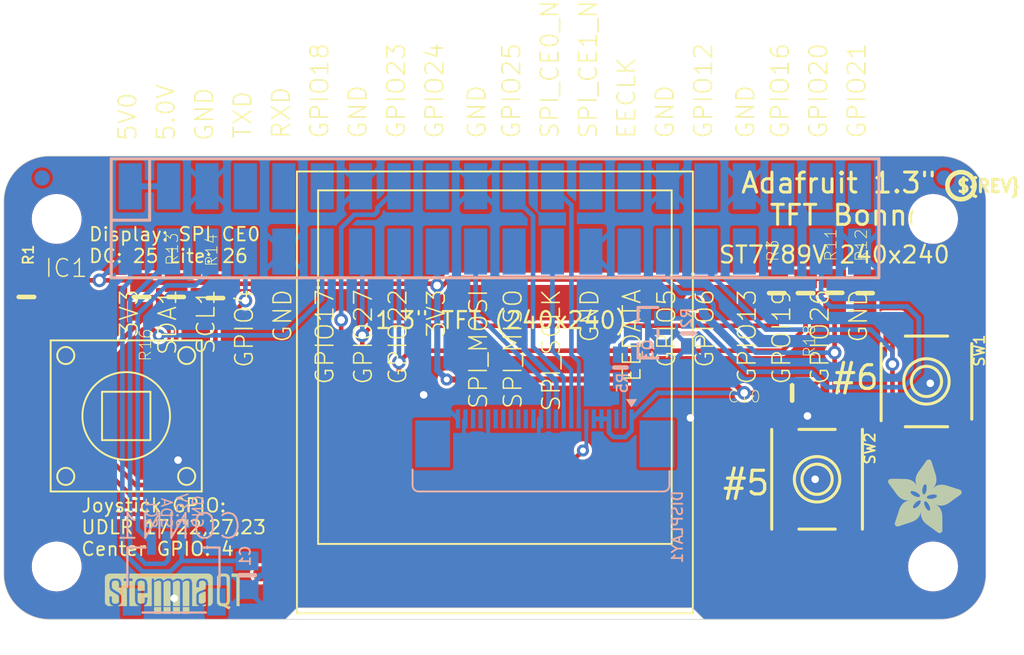
<source format=kicad_pcb>
(kicad_pcb (version 20221018) (generator pcbnew)
  (layers (0 "F.Cu" signal) (31 "B.Cu" signal) (34 "B.Paste" user) (35 "F.Paste" user) (36 "B.SilkS" user "B.Silkscreen") (37 "F.SilkS" user "F.Silkscreen") (38 "B.Mask" user) (39 "F.Mask" user) (44 "Edge.Cuts" user))
  (net 0 "")
  (net 1 "SCL")
  (net 2 "SDA")
  (net 3 "GND")
  (net 4 "3.3V")
  (net 5 "5.0V")
  (net 6 "GPIO23")
  (net 7 "GPIO17")
  (net 8 "GPIO27")
  (net 9 "GPIO22")
  (net 10 "GPIO4")
  (net 11 "GPIO5")
  (net 12 "GPIO6")
  (net 13 "TFT_RST")
  (net 14 "SCLK")
  (net 15 "MOSI")
  (net 16 "LEDK")
  (net 17 "TFT_LITE")
  (net 18 "TFT_DC")
  (net 19 "TFT_CS")
  (net 20 "N$1")
  (net 21 "MISO")
  (net 22 "EEDATA")
  (net 23 "GPIO13")
  (net 24 "GPIO19")
  (net 25 "GPIO21")
  (net 26 "GPIO20")
  (net 27 "GPIO16")
  (net 28 "GPIO12")
  (net 29 "EECLK")
  (net 30 "CE1")
  (net 31 "TXD")
  (net 32 "RXD")
  (net 33 "GPIO18")
  (net 34 "GPIO24")
  (footprint "working:SOT23" (layer "F.Cu") (at 120.5477 98.9978)
    (fp_text reference "IC1" (at -1.905 -1.905) (layer "F.SilkS") (effects (font (size 1.176528 1.176528) (thickness 0.093472)) (justify left)))
    (fp_text value "APX803")
    (pad "1" smd rect (at -0.95 1.1) (size 1 1.4) (layers "F.Cu" "F.Paste" "F.Mask") (net 3 "GND"))
    (pad "2" smd rect (at 0.95 1.1) (size 1 1.4) (layers "F.Cu" "F.Paste" "F.Mask") (net 13 "TFT_RST"))
    (pad "3" smd rect (at 0 -1.1) (size 1 1.4) (layers "F.Cu" "F.Paste" "F.Mask") (net 4 "3.3V"))
  )
  (footprint "working:STEMMAQT" (layer "F.Cu") (at 122.7067 119.9528)
    (fp_text reference "U$29" hide)
    (fp_text value "" hide)
  )
  (footprint "working:FIDUCIAL_1MM" (layer "F.Cu") (at 161.6957 99.3788)
    (fp_text reference "FID1" hide)
    (fp_text value "FIDUCIAL_1MM" hide)
    (pad "1" smd roundrect (at 0 0) (size 1 1) (layers "F.Cu" "F.Mask") (roundrect_rratio 0.5))
  )
  (footprint "working:FIDUCIAL_1MM" (layer "F.Cu") (at 132.9965 117.3216)
    (fp_text reference "FID2" hide)
    (fp_text value "FIDUCIAL_1MM" hide)
    (pad "1" smd roundrect (at 0 0) (size 1 1) (layers "F.Cu" "F.Mask") (roundrect_rratio 0.5))
  )
  (footprint "working:0805-NO" (layer "F.Cu") (at 117.4997 98.9978 90)
    (fp_text reference "R1" (at 2.032 0.127 90) (layer "F.SilkS") (effects (font (size 0.692831 0.692831) (thickness 0.119969)) (justify left)))
    (fp_text value "10K")
    (pad "1" smd rect (at -0.95 0 90) (size 1.24 1.5) (layers "F.Cu" "F.Paste" "F.Mask") (net 13 "TFT_RST"))
    (pad "2" smd rect (at 0.95 0 90) (size 1.24 1.5) (layers "F.Cu" "F.Paste" "F.Mask") (net 4 "3.3V"))
  )
  (footprint "working:PI_BONNET_SMT" (layer "F.Cu") (at 116.0011 120.3338)
    (fp_text reference "RPI1" hide)
    (fp_text value "RASPBERRYPI_BPLUS_BONNETSMT" hide)
    (fp_text user "SPI_MOSI" (at 30.7216 -21.9334 90) (layer "F.SilkS") (effects (font (size 1.1684 1.1684) (thickness 0.1016)) (justify right top)))
    (fp_text user "GPIO21" (at 57.1376 -31.7378 90) (layer "F.SilkS") (effects (font (size 1.1684 1.1684) (thickness 0.1016)) (justify left bottom)))
    (fp_text user "SPI_CE0_N" (at 36.8176 -31.7378 90) (layer "F.SilkS") (effects (font (size 1.1684 1.1684) (thickness 0.1016)) (justify left bottom)))
    (fp_text user "SPI_SCLK" (at 35.5476 -21.9334 90) (layer "F.SilkS") (effects (font (size 1.1684 1.1684) (thickness 0.1016)) (justify right top)))
    (fp_text user "GPIO17" (at 20.5616 -21.9334 90) (layer "F.SilkS") (effects (font (size 1.1684 1.1684) (thickness 0.1016)) (justify right top)))
    (fp_text user "SPI_MISO" (at 33.0076 -21.9334 90) (layer "F.SilkS") (effects (font (size 1.1684 1.1684) (thickness 0.1016)) (justify right top)))
    (fp_text user "GND" (at 31.9916 -31.7378 90) (layer "F.SilkS") (effects (font (size 1.1684 1.1684) (thickness 0.1016)) (justify left bottom)))
    (fp_text user "RXD" (at 19.0376 -31.7378 90) (layer "F.SilkS") (effects (font (size 1.1684 1.1684) (thickness 0.1016)) (justify left bottom)))
    (fp_text user "GPIO24" (at 29.1976 -31.7378 90) (layer "F.SilkS") (effects (font (size 1.1684 1.1684) (thickness 0.1016)) (justify left bottom)))
    (fp_text user "GPIO25" (at 34.2776 -31.7378 90) (layer "F.SilkS") (effects (font (size 1.1684 1.1684) (thickness 0.1016)) (justify left bottom)))
    (fp_text user "3V3" (at 7.6076 -21.9334 90) (layer "F.SilkS") (effects (font (size 1.1684 1.1684) (thickness 0.1016)) (justify right top)))
    (fp_text user "GND" (at 44.4376 -31.7378 90) (layer "F.SilkS") (effects (font (size 1.1684 1.1684) (thickness 0.1016)) (justify left bottom)))
    (fp_text user "GPIO13" (at 48.5016 -21.9334 90) (layer "F.SilkS") (effects (font (size 1.1684 1.1684) (thickness 0.1016)) (justify right top)))
    (fp_text user "GPIO22" (at 25.3876 -21.9334 90) (layer "F.SilkS") (effects (font (size 1.1684 1.1684) (thickness 0.1016)) (justify right top)))
    (fp_text user "SPI_CE1_N" (at 39.3576 -31.7378 90) (layer "F.SilkS") (effects (font (size 1.1684 1.1684) (thickness 0.1016)) (justify left bottom)))
    (fp_text user "GND" (at 38.0876 -21.9334 90) (layer "F.SilkS") (effects (font (size 1.1684 1.1684) (thickness 0.1016)) (justify right top)))
    (fp_text user "GND" (at 49.7716 -31.7378 90) (layer "F.SilkS") (effects (font (size 1.1684 1.1684) (thickness 0.1016)) (justify left bottom)))
    (fp_text user "5V0" (at 8.8776 -31.5854 90) (layer "F.SilkS") (effects (font (size 1.1684 1.1684) (thickness 0.1016)) (justify left bottom)))
    (fp_text user "GND" (at 17.7676 -21.9334 90) (layer "F.SilkS") (effects (font (size 1.1684 1.1684) (thickness 0.1016)) (justify right top)))
    (fp_text user "3V3" (at 27.9276 -21.9334 90) (layer "F.SilkS") (effects (font (size 1.1684 1.1684) (thickness 0.1016)) (justify right top)))
    (fp_text user "GPIO18" (at 21.5776 -31.7378 90) (layer "F.SilkS") (effects (font (size 1.1684 1.1684) (thickness 0.1016)) (justify left bottom)))
    (fp_text user "EEDATA" (at 40.8816 -21.9334 90) (layer "F.SilkS") (effects (font (size 1.1684 1.1684) (thickness 0.1016)) (justify right top)))
    (fp_text user "GND" (at 24.1176 -31.7378 90) (layer "F.SilkS") (effects (font (size 1.1684 1.1684) (thickness 0.1016)) (justify left bottom)))
    (fp_text user "GPIO20" (at 54.5976 -31.7378 90) (layer "F.SilkS") (effects (font (size 1.1684 1.1684) (thickness 0.1016)) (justify left bottom)))
    (fp_text user "5.0V" (at 11.4176 -31.5854 90) (layer "F.SilkS") (effects (font (size 1.1684 1.1684) (thickness 0.1016)) (justify left bottom)))
    (fp_text user "GPIO16" (at 52.0576 -31.7378 90) (layer "F.SilkS") (effects (font (size 1.1684 1.1684) (thickness 0.1016)) (justify left bottom)))
    (fp_text user "TXD" (at 16.4976 -31.7378 90) (layer "F.SilkS") (effects (font (size 1.1684 1.1684) (thickness 0.1016)) (justify left bottom)))
    (fp_text user "GPOI19" (at 50.7876 -21.9334 90) (layer "F.SilkS") (effects (font (size 1.1684 1.1684) (thickness 0.1016)) (justify right top)))
    (fp_text user "GPIO12" (at 46.9776 -31.7378 90) (layer "F.SilkS") (effects (font (size 1.1684 1.1684) (thickness 0.1016)) (justify left bottom)))
    (fp_text user "GND" (at 13.9576 -31.5854 90) (layer "F.SilkS") (effects (font (size 1.1684 1.1684) (thickness 0.1016)) (justify left bottom)))
    (fp_text user "SCL1" (at 12.6876 -21.9334 90) (layer "F.SilkS") (effects (font (size 1.1684 1.1684) (thickness 0.1016)) (justify right top)))
    (fp_text user "GPIO23" (at 26.6576 -31.7378 90) (layer "F.SilkS") (effects (font (size 1.1684 1.1684) (thickness 0.1016)) (justify left bottom)))
    (fp_text user "EECLK" (at 41.8976 -31.7378 90) (layer "F.SilkS") (effects (font (size 1.1684 1.1684) (thickness 0.1016)) (justify left bottom)))
    (fp_text user "SDA1" (at 10.1476 -21.9334 90) (layer "F.SilkS") (effects (font (size 1.1684 1.1684) (thickness 0.1016)) (justify right top)))
    (fp_text user "GPIO4" (at 15.2276 -21.9334 90) (layer "F.SilkS") (effects (font (size 1.1684 1.1684) (thickness 0.1016)) (justify right top)))
    (fp_text user "GPIO6" (at 45.7076 -21.9334 90) (layer "F.SilkS") (effects (font (size 1.1684 1.1684) (thickness 0.1016)) (justify right top)))
    (fp_text user "GPIO27" (at 23.1016 -21.9334 90) (layer "F.SilkS") (effects (font (size 1.1684 1.1684) (thickness 0.1016)) (justify right top)))
    (fp_text user "GPIO26" (at 53.3276 -21.9334 90) (layer "F.SilkS") (effects (font (size 1.1684 1.1684) (thickness 0.1016)) (justify right top)))
    (fp_text user "GND" (at 55.8676 -21.9334 90) (layer "F.SilkS") (effects (font (size 1.1684 1.1684) (thickness 0.1016)) (justify right top)))
    (fp_text user "GPIO5" (at 43.1676 -21.9334 90) (layer "F.SilkS") (effects (font (size 1.1684 1.1684) (thickness 0.1016)) (justify right top)))
    (fp_line (start 0 -27.6604) (end 0 -3) (stroke (width 0.05)) (layer "Edge.Cuts"))
    (fp_line (start 3 0) (end 62 0) (stroke (width 0.05)) (layer "Edge.Cuts"))
    (fp_line (start 62 -30.6604) (end 3 -30.6604) (stroke (width 0.05)) (layer "Edge.Cuts"))
    (fp_line (start 65 -3) (end 65 -27.6604) (stroke (width 0.05)) (layer "Edge.Cuts"))
    (fp_arc (start 0 -27.6604) (mid 0.87868 -29.78172) (end 3 -30.6604) (stroke (width 0.05)) (layer "Edge.Cuts"))
    (fp_arc (start 3 0) (mid 0.87868 -0.87868) (end 0 -3) (stroke (width 0.05)) (layer "Edge.Cuts"))
    (fp_arc (start 62 -30.6604) (mid 64.12132 -29.78172) (end 65 -27.6604) (stroke (width 0.05)) (layer "Edge.Cuts"))
    (fp_arc (start 65 -3) (mid 64.12132 -0.87868) (end 62 0) (stroke (width 0.05)) (layer "Edge.Cuts"))
    (pad "" np_thru_hole circle (at 3.5 -26.5) (size 2.8 2.8) (drill 2.8) (layers "*.Cu" "*.Mask"))
    (pad "" np_thru_hole circle (at 3.5 -3.5) (size 2.8 2.8) (drill 2.8) (layers "*.Cu" "*.Mask"))
    (pad "" np_thru_hole circle (at 61.5 -26.5) (size 2.8 2.8) (drill 2.8) (layers "*.Cu" "*.Mask"))
    (pad "" np_thru_hole circle (at 61.5 -3.5) (size 2.8 2.8) (drill 2.8) (layers "*.Cu" "*.Mask"))
    (pad "1" smd rect (at 8.3696 -24.3394 270) (size 3.048 1.524) (layers "B.Cu" "B.Paste" "B.Mask") (net 4 "3.3V"))
    (pad "2" smd rect (at 8.3696 -28.6574 270) (size 3.048 1.524) (layers "B.Cu" "B.Paste" "B.Mask") (net 5 "5.0V"))
    (pad "3" smd rect (at 10.9096 -24.3394 90) (size 3.048 1.524) (layers "B.Cu" "B.Paste" "B.Mask") (net 2 "SDA"))
    (pad "4" smd rect (at 10.9096 -28.6574 270) (size 3.048 1.524) (layers "B.Cu" "B.Paste" "B.Mask") (net 5 "5.0V"))
    (pad "5" smd rect (at 13.4496 -24.3394 90) (size 3.048 1.524) (layers "B.Cu" "B.Paste" "B.Mask") (net 1 "SCL"))
    (pad "6" smd rect (at 13.4496 -28.6574 270) (size 3.048 1.524) (layers "B.Cu" "B.Paste" "B.Mask") (net 3 "GND"))
    (pad "7" smd rect (at 15.9896 -24.3394 90) (size 3.048 1.524) (layers "B.Cu" "B.Paste" "B.Mask") (net 10 "GPIO4"))
    (pad "8" smd rect (at 15.9896 -28.6574 270) (size 3.048 1.524) (layers "B.Cu" "B.Paste" "B.Mask") (net 31 "TXD"))
    (pad "9" smd rect (at 18.5296 -24.3394 90) (size 3.048 1.524) (layers "B.Cu" "B.Paste" "B.Mask") (net 3 "GND"))
    (pad "10" smd rect (at 18.5296 -28.6574 270) (size 3.048 1.524) (layers "B.Cu" "B.Paste" "B.Mask") (net 32 "RXD"))
    (pad "11" smd rect (at 21.0696 -24.3394 90) (size 3.048 1.524) (layers "B.Cu" "B.Paste" "B.Mask") (net 7 "GPIO17"))
    (pad "12" smd rect (at 21.0696 -28.6574 270) (size 3.048 1.524) (layers "B.Cu" "B.Paste" "B.Mask") (net 33 "GPIO18"))
    (pad "13" smd rect (at 23.6096 -24.3394 90) (size 3.048 1.524) (layers "B.Cu" "B.Paste" "B.Mask") (net 8 "GPIO27"))
    (pad "14" smd rect (at 23.6096 -28.6574 270) (size 3.048 1.524) (layers "B.Cu" "B.Paste" "B.Mask") (net 3 "GND"))
    (pad "15" smd rect (at 26.1496 -24.3394 90) (size 3.048 1.524) (layers "B.Cu" "B.Paste" "B.Mask") (net 9 "GPIO22"))
    (pad "16" smd rect (at 26.1496 -28.6574 270) (size 3.048 1.524) (layers "B.Cu" "B.Paste" "B.Mask") (net 6 "GPIO23"))
    (pad "17" smd rect (at 28.6896 -24.3394 90) (size 3.048 1.524) (layers "B.Cu" "B.Paste" "B.Mask") (net 4 "3.3V"))
    (pad "18" smd rect (at 28.6896 -28.6574 270) (size 3.048 1.524) (layers "B.Cu" "B.Paste" "B.Mask") (net 34 "GPIO24"))
    (pad "19" smd rect (at 31.2296 -24.3394 90) (size 3.048 1.524) (layers "B.Cu" "B.Paste" "B.Mask") (net 15 "MOSI"))
    (pad "20" smd rect (at 31.2296 -28.6574 270) (size 3.048 1.524) (layers "B.Cu" "B.Paste" "B.Mask") (net 3 "GND"))
    (pad "21" smd rect (at 33.7696 -24.3394 90) (size 3.048 1.524) (layers "B.Cu" "B.Paste" "B.Mask") (net 21 "MISO"))
    (pad "22" smd rect (at 33.7696 -28.6574 270) (size 3.048 1.524) (layers "B.Cu" "B.Paste" "B.Mask") (net 18 "TFT_DC"))
    (pad "23" smd rect (at 36.3096 -24.3394 90) (size 3.048 1.524) (layers "B.Cu" "B.Paste" "B.Mask") (net 14 "SCLK"))
    (pad "24" smd rect (at 36.3096 -28.6574 270) (size 3.048 1.524) (layers "B.Cu" "B.Paste" "B.Mask") (net 19 "TFT_CS"))
    (pad "25" smd rect (at 38.8496 -24.3394 90) (size 3.048 1.524) (layers "B.Cu" "B.Paste" "B.Mask") (net 3 "GND"))
    (pad "26" smd rect (at 38.8496 -28.6574 270) (size 3.048 1.524) (layers "B.Cu" "B.Paste" "B.Mask") (net 30 "CE1"))
    (pad "27" smd rect (at 41.3896 -24.3394 90) (size 3.048 1.524) (layers "B.Cu" "B.Paste" "B.Mask") (net 22 "EEDATA"))
    (pad "28" smd rect (at 41.3896 -28.6574 270) (size 3.048 1.524) (layers "B.Cu" "B.Paste" "B.Mask") (net 29 "EECLK"))
    (pad "29" smd rect (at 43.9296 -24.3394 90) (size 3.048 1.524) (layers "B.Cu" "B.Paste" "B.Mask") (net 11 "GPIO5"))
    (pad "30" smd rect (at 43.9296 -28.6574 270) (size 3.048 1.524) (layers "B.Cu" "B.Paste" "B.Mask") (net 3 "GND"))
    (pad "31" smd rect (at 46.4696 -24.3394 90) (size 3.048 1.524) (layers "B.Cu" "B.Paste" "B.Mask") (net 12 "GPIO6"))
    (pad "32" smd rect (at 46.4696 -28.6574 270) (size 3.048 1.524) (layers "B.Cu" "B.Paste" "B.Mask") (net 28 "GPIO12"))
    (pad "33" smd rect (at 49.0096 -24.3394 90) (size 3.048 1.524) (layers "B.Cu" "B.Paste" "B.Mask") (net 23 "GPIO13"))
    (pad "34" smd rect (at 49.0096 -28.6574 270) (size 3.048 1.524) (layers "B.Cu" "B.Paste" "B.Mask") (net 3 "GND"))
    (pad "35" smd rect (at 51.5496 -24.3394 90) (size 3.048 1.524) (layers "B.Cu" "B.Paste" "B.Mask") (net 24 "GPIO19"))
    (pad "36" smd rect (at 51.5496 -28.6574 270) (size 3.048 1.524) (layers "B.Cu" "B.Paste" "B.Mask") (net 27 "GPIO16"))
    (pad "37" smd rect (at 54.0896 -24.3394 90) (size 3.048 1.524) (layers "B.Cu" "B.Paste" "B.Mask") (net 17 "TFT_LITE"))
    (pad "38" smd rect (at 54.0896 -28.6574 270) (size 3.048 1.524) (layers "B.Cu" "B.Paste" "B.Mask") (net 26 "GPIO20"))
    (pad "39" smd rect (at 56.6296 -24.3394 90) (size 3.048 1.524) (layers "B.Cu" "B.Paste" "B.Mask") (net 3 "GND"))
    (pad "40" smd rect (at 56.6296 -28.6574 270) (size 3.048 1.524) (layers "B.Cu" "B.Paste" "B.Mask") (net 25 "GPIO21"))
    (pad "41" smd roundrect (at 2.54 -29.21 180) (size 1 1) (layers "B.Cu" "B.Mask") (roundrect_rratio 0.5))
    (pad "42" smd roundrect (at 62.23 -29.21 180) (size 1 1) (layers "B.Cu" "B.Mask") (roundrect_rratio 0.5))
  )
  (footprint "working:0805-NO" (layer "F.Cu") (at 167.1567 98.7438 90)
    (fp_text reference "R3" (at 2.032 -0.254 90) (layer "F.SilkS") (effects (font (size 0.75948 0.75948) (thickness 0.05332)) (justify left)))
    (fp_text value "10K")
    (pad "1" smd rect (at -0.95 0 90) (size 1.24 1.5) (layers "F.Cu" "F.Paste" "F.Mask") (net 8 "GPIO27"))
    (pad "2" smd rect (at 0.95 0 90) (size 1.24 1.5) (layers "F.Cu" "F.Paste" "F.Mask") (net 4 "3.3V"))
  )
  (footprint "working:0805-NO" (layer "F.Cu") (at 127.4057 98.9978 90)
    (fp_text reference "R13" (at 2.032 -0.254 90) (layer "F.SilkS") (effects (font (size 0.75948 0.75948) (thickness 0.05332)) (justify left)))
    (fp_text value "10K")
    (pad "1" smd rect (at -0.95 0 90) (size 1.24 1.5) (layers "F.Cu" "F.Paste" "F.Mask") (net 6 "GPIO23"))
    (pad "2" smd rect (at 0.95 0 90) (size 1.24 1.5) (layers "F.Cu" "F.Paste" "F.Mask") (net 4 "3.3V"))
  )
  (footprint "working:6MM_SMT" (layer "F.Cu") (at 169.8237 111.0628 -90)
    (fp_text reference "SW2" (at -3.175 -3.5 90) (layer "F.SilkS") (effects (font (size 0.692831 0.692831) (thickness 0.119969)) (justify right)))
    (fp_text value "EVQQ")
    (pad "A" smd rect (at -3.3 2.2 270) (size 2 1.2) (layers "F.Cu" "F.Paste" "F.Mask") (net 11 "GPIO5"))
    (pad "A'" smd rect (at 3.3 2.2 270) (size 2 1.2) (layers "F.Cu" "F.Paste" "F.Mask") (net 11 "GPIO5"))
    (pad "B" smd rect (at -3.3 -2.2 270) (size 2 1.2) (layers "F.Cu" "F.Paste" "F.Mask") (net 3 "GND"))
    (pad "B'" smd rect (at 3.3 -2.2 270) (size 2 1.2) (layers "F.Cu" "F.Paste" "F.Mask") (net 3 "GND"))
  )
  (footprint "working:0805-NO" (layer "F.Cu") (at 168.1727 105.3478 180)
    (fp_text reference "C10" (at 2.032 -0.254) (layer "F.SilkS") (effects (font (size 0.75948 0.75948) (thickness 0.05332)) (justify right)))
    (fp_text value "10uF")
    (pad "1" smd rect (at -0.95 0 180) (size 1.24 1.5) (layers "F.Cu" "F.Paste" "F.Mask") (net 3 "GND"))
    (pad "2" smd rect (at 0.95 0 180) (size 1.24 1.5) (layers "F.Cu" "F.Paste" "F.Mask") (net 4 "3.3V"))
  )
  (footprint "working:0805-NO" (layer "F.Cu") (at 130.0057 99.0698 90)
    (fp_text reference "R14" (at 2.032 -0.254 90) (layer "F.SilkS") (effects (font (size 0.75948 0.75948) (thickness 0.05332)) (justify left)))
    (fp_text value "10K")
    (pad "1" smd rect (at -0.95 0 90) (size 1.24 1.5) (layers "F.Cu" "F.Paste" "F.Mask") (net 10 "GPIO4"))
    (pad "2" smd rect (at 0.95 0 90) (size 1.24 1.5) (layers "F.Cu" "F.Paste" "F.Mask") (net 4 "3.3V"))
  )
  (footprint "working:0805-NO" (layer "F.Cu") (at 125.1197 98.9978 -90)
    (fp_text reference "R16" (at 2.032 -0.254 90) (layer "F.SilkS") (effects (font (size 0.75948 0.75948) (thickness 0.05332)) (justify right)))
    (fp_text value "10K")
    (pad "1" smd rect (at -0.95 0 270) (size 1.24 1.5) (layers "F.Cu" "F.Paste" "F.Mask") (net 4 "3.3V"))
    (pad "2" smd rect (at 0.95 0 270) (size 1.24 1.5) (layers "F.Cu" "F.Paste" "F.Mask") (net 7 "GPIO17"))
  )
  (footprint "working:SKQUBAE010" (layer "F.Cu") (at 124.1037 106.8718)
    (fp_text reference "SW3" hide)
    (fp_text value "NAVSWITCHSKQUABAUE010" hide)
    (pad "1" smd rect (at -5.2 -3.25 180) (size 1.5 1.4) (layers "F.Cu" "F.Paste" "F.Mask") (net 7 "GPIO17"))
    (pad "2" smd rect (at -5.2 0.45 180) (size 1.5 1.4) (layers "F.Cu" "F.Paste" "F.Mask") (net 8 "GPIO27"))
    (pad "3" smd rect (at -5.2 3.25 180) (size 1.5 1.4) (layers "F.Cu" "F.Paste" "F.Mask") (net 9 "GPIO22"))
    (pad "4" smd rect (at 5.2 3.25 180) (size 1.5 1.4) (layers "F.Cu" "F.Paste" "F.Mask") (net 3 "GND"))
    (pad "5" smd rect (at 5.2 0.45 180) (size 1.5 1.4) (layers "F.Cu" "F.Paste" "F.Mask") (net 6 "GPIO23"))
    (pad "6" smd rect (at 5.2 -3.25 180) (size 1.5 1.4) (layers "F.Cu" "F.Paste" "F.Mask") (net 10 "GPIO4"))
  )
  (footprint "working:0805-NO" (layer "F.Cu") (at 170.9847 98.7238 90)
    (fp_text reference "R11" (at 2.032 -0.254 90) (layer "F.SilkS") (effects (font (size 0.75948 0.75948) (thickness 0.05332)) (justify left)))
    (fp_text value "10K")
    (pad "1" smd rect (at -0.95 0 90) (size 1.24 1.5) (layers "F.Cu" "F.Paste" "F.Mask") (net 11 "GPIO5"))
    (pad "2" smd rect (at 0.95 0 90) (size 1.24 1.5) (layers "F.Cu" "F.Paste" "F.Mask") (net 4 "3.3V"))
  )
  (footprint "working:0805-NO" (layer "F.Cu") (at 172.9987 98.7438 90)
    (fp_text reference "R12" (at 2.032 -0.254 90) (layer "F.SilkS") (effects (font (size 0.75948 0.75948) (thickness 0.05332)) (justify left)))
    (fp_text value "10K")
    (pad "1" smd rect (at -0.95 0 90) (size 1.24 1.5) (layers "F.Cu" "F.Paste" "F.Mask") (net 12 "GPIO6"))
    (pad "2" smd rect (at 0.95 0 90) (size 1.24 1.5) (layers "F.Cu" "F.Paste" "F.Mask") (net 4 "3.3V"))
  )
  (footprint "working:ADAFRUIT_5MM" (layer "F.Cu") (at 174.5227 114.6188)
    (fp_text reference "U$28" hide)
    (fp_text value "" hide)
  )
  (footprint "working:PCBFEAT-REV-040" (layer "F.Cu") (at 179.3487 91.6318)
    (fp_text reference "U$2" hide)
    (fp_text value "" hide)
    (fp_text user "${REV}" (at -0.3556 0.508) (layer "F.SilkS") (effects (font (size 0.8128 0.8128) (thickness 0.2032)) (justify left bottom)))
  )
  (footprint "working:0805-NO" (layer "F.Cu") (at 169.0617 98.7438 -90)
    (fp_text reference "R18" (at 2.032 -0.254 90) (layer "F.SilkS") (effects (font (size 0.75948 0.75948) (thickness 0.05332)) (justify right)))
    (fp_text value "10K")
    (pad "1" smd rect (at -0.95 0 270) (size 1.24 1.5) (layers "F.Cu" "F.Paste" "F.Mask") (net 4 "3.3V"))
    (pad "2" smd rect (at 0.95 0 270) (size 1.24 1.5) (layers "F.Cu" "F.Paste" "F.Mask") (net 9 "GPIO22"))
  )
  (footprint "working:6MMX6MM_TACTILE_SMT" (layer "F.Cu") (at 177.0627 104.5858 -90)
    (fp_text reference "SW1" (at -3.175 -3.5 90) (layer "F.SilkS") (effects (font (size 0.692831 0.692831) (thickness 0.119969)) (justify right)))
    (fp_text value "EVQQ" hide)
    (pad "A" smd rect (at -3.5 2.25 270) (size 2 1.2) (layers "F.Cu" "F.Paste" "F.Mask") (net 12 "GPIO6"))
    (pad "A'" smd rect (at 3.5 2.25 270) (size 2 1.2) (layers "F.Cu" "F.Paste" "F.Mask") (net 12 "GPIO6"))
    (pad "B" smd rect (at -3.5 -2.25 270) (size 2 1.2) (layers "F.Cu" "F.Paste" "F.Mask") (net 3 "GND"))
    (pad "B'" smd rect (at 3.5 -2.25 270) (size 2 1.2) (layers "F.Cu" "F.Paste" "F.Mask") (net 3 "GND"))
  )
  (footprint "working:0603-NO" (layer "B.Cu") (at 161.3147 101.4108 90)
    (fp_text reference "R2" (at 1.778 -0.127 90) (layer "B.SilkS") (effects (font (size 0.692831 0.692831) (thickness 0.119969)) (justify left mirror)))
    (fp_text value "10K")
    (pad "1" smd rect (at -0.85 0 90) (size 1.075 1) (layers "B.Cu" "B.Paste" "B.Mask") (net 3 "GND"))
    (pad "2" smd rect (at 0.85 0 90) (size 1.075 1) (layers "B.Cu" "B.Paste" "B.Mask") (net 17 "TFT_LITE"))
  )
  (footprint "working:TFT_1.3IN_240X240_24P" (layer "B.Cu") (at 162.1027 120.4418 180)
    (fp_text reference "DISPLAY1" (at 1.523 8.696 270) (layer "B.SilkS") (effects (font (size 0.692831 0.692831) (thickness 0.119969)) (justify left mirror)))
    (fp_text value "DISP_LCD_ST7789_1.3IN" hide)
    (fp_text user "1.3\" TFT (240x240)" (at 13.19 19.9) (layer "F.SilkS") (effects (font (size 1.1176 1.1176) (thickness 0.1524))))
    (pad "1" smd rect (at 4.55 13.378) (size 0.28 1.25) (layers "B.Cu" "B.Paste" "B.Mask") (net 4 "3.3V"))
    (pad "2" smd rect (at 5.05 13.378) (size 0.28 1.25) (layers "B.Cu" "B.Paste" "B.Mask") (net 16 "LEDK"))
    (pad "3" smd rect (at 5.55 13.378) (size 0.28 1.25) (layers "B.Cu" "B.Paste" "B.Mask") (net 3 "GND"))
    (pad "4" smd rect (at 6.05 13.378) (size 0.28 1.25) (layers "B.Cu" "B.Paste" "B.Mask") (net 4 "3.3V"))
    (pad "5" smd rect (at 6.55 13.378) (size 0.28 1.25) (layers "B.Cu" "B.Paste" "B.Mask") (net 4 "3.3V"))
    (pad "6" smd rect (at 7.05 13.378) (size 0.28 1.25) (layers "B.Cu" "B.Paste" "B.Mask") (net 4 "3.3V"))
    (pad "7" smd rect (at 7.55 13.378) (size 0.28 1.25) (layers "B.Cu" "B.Paste" "B.Mask") (net 13 "TFT_RST"))
    (pad "8" smd rect (at 8.05 13.378) (size 0.28 1.25) (layers "B.Cu" "B.Paste" "B.Mask") (net 19 "TFT_CS"))
    (pad "9" smd rect (at 8.55 13.378) (size 0.28 1.25) (layers "B.Cu" "B.Paste" "B.Mask") (net 14 "SCLK"))
    (pad "10" smd rect (at 9.05 13.378) (size 0.28 1.25) (layers "B.Cu" "B.Paste" "B.Mask") (net 18 "TFT_DC"))
    (pad "11" smd rect (at 9.55 13.378) (size 0.28 1.25) (layers "B.Cu" "B.Paste" "B.Mask") (net 3 "GND"))
    (pad "12" smd rect (at 10.05 13.378) (size 0.28 1.25) (layers "B.Cu" "B.Paste" "B.Mask") (net 15 "MOSI"))
    (pad "13" smd rect (at 10.55 13.378) (size 0.28 1.25) (layers "B.Cu" "B.Paste" "B.Mask") (net 3 "GND"))
    (pad "14" smd rect (at 11.05 13.378) (size 0.28 1.25) (layers "B.Cu" "B.Paste" "B.Mask") (net 3 "GND"))
    (pad "15" smd rect (at 11.55 13.378) (size 0.28 1.25) (layers "B.Cu" "B.Paste" "B.Mask") (net 3 "GND"))
    (pad "16" smd rect (at 12.05 13.378) (size 0.28 1.25) (layers "B.Cu" "B.Paste" "B.Mask") (net 3 "GND"))
    (pad "17" smd rect (at 12.55 13.378) (size 0.28 1.25) (layers "B.Cu" "B.Paste" "B.Mask") (net 3 "GND"))
    (pad "18" smd rect (at 13.05 13.378) (size 0.28 1.25) (layers "B.Cu" "B.Paste" "B.Mask") (net 3 "GND"))
    (pad "19" smd rect (at 13.55 13.378) (size 0.28 1.25) (layers "B.Cu" "B.Paste" "B.Mask") (net 3 "GND"))
    (pad "20" smd rect (at 14.05 13.378) (size 0.28 1.25) (layers "B.Cu" "B.Paste" "B.Mask") (net 3 "GND"))
    (pad "21" smd rect (at 14.55 13.378) (size 0.28 1.25) (layers "B.Cu" "B.Paste" "B.Mask"))
    (pad "22" smd rect (at 15.05 13.378) (size 0.28 1.25) (layers "B.Cu" "B.Paste" "B.Mask"))
    (pad "23" smd rect (at 15.55 13.378) (size 0.28 1.25) (layers "B.Cu" "B.Paste" "B.Mask") (net 3 "GND"))
    (pad "24" smd rect (at 16.05 13.378) (size 0.28 1.25) (layers "B.Cu" "B.Paste" "B.Mask") (net 3 "GND"))
    (pad "MNT1" smd rect (at 2.88 11.722 180) (size 2.3 3.1) (layers "B.Cu" "B.Paste" "B.Mask"))
    (pad "MNT2" smd rect (at 17.72 11.722 180) (size 2.3 3.1) (layers "B.Cu" "B.Paste" "B.Mask"))
  )
  (footprint "working:0603-NO" (layer "B.Cu") (at 156.8107 103.6658 -90)
    (fp_text reference "R5" (at 1.778 -0.127 -270) (layer "B.SilkS") (effects (font (size 0.692831 0.692831) (thickness 0.119969)) (justify right mirror)))
    (fp_text value "10")
    (pad "1" smd rect (at -0.85 0 270) (size 1.075 1) (layers "B.Cu" "B.Paste" "B.Mask") (net 20 "N$1"))
    (pad "2" smd rect (at 0.85 0 270) (size 1.075 1) (layers "B.Cu" "B.Paste" "B.Mask") (net 16 "LEDK"))
  )
  (footprint "working:0805-NO" (layer "B.Cu") (at 132.1047 117.4128 90)
    (fp_text reference "C1" (at 2.032 -0.127 90) (layer "B.SilkS") (effects (font (size 0.692831 0.692831) (thickness 0.119969)) (justify left mirror)))
    (fp_text value "10uF")
    (pad "1" smd rect (at -0.95 0 90) (size 1.24 1.5) (layers "B.Cu" "B.Paste" "B.Mask") (net 3 "GND"))
    (pad "2" smd rect (at 0.95 0 90) (size 1.24 1.5) (layers "B.Cu" "B.Paste" "B.Mask") (net 4 "3.3V"))
  )
  (footprint "working:JST_SH4" (layer "B.Cu") (at 127.2787 117.7938 180)
    (fp_text reference "CONN1" (at -4.6 3.614) (layer "B.SilkS") (effects (font (size 1.647139 1.647139) (thickness 0.130861)) (justify left mirror)))
    (fp_text value "STEMMA_I2C_QT" hide)
    (pad "1" smd rect (at -1.5 2.514 90) (size 1.55 0.6) (layers "B.Cu" "B.Paste" "B.Mask") (net 3 "GND"))
    (pad "2" smd rect (at -0.5 2.514 90) (size 1.55 0.6) (layers "B.Cu" "B.Paste" "B.Mask") (net 4 "3.3V"))
    (pad "3" smd rect (at 0.5 2.514 90) (size 1.55 0.6) (layers "B.Cu" "B.Paste" "B.Mask") (net 2 "SDA"))
    (pad "4" smd rect (at 1.5 2.514 90) (size 1.55 0.6) (layers "B.Cu" "B.Paste" "B.Mask") (net 1 "SCL"))
    (pad "MT1" smd rect (at -2.8 -1.386 90) (size 1.8 1.2) (layers "B.Cu" "B.Paste" "B.Mask"))
    (pad "MT2" smd rect (at 2.8 -1.386 90) (size 1.8 1.2) (layers "B.Cu" "B.Paste" "B.Mask"))
  )
  (footprint "working:SOT23-WIDE" (layer "B.Cu") (at 158.6357 101.3638 -90)
    (fp_text reference "Q3" (at 1.905 0 -270) (layer "B.SilkS") (effects (font (size 0.692831 0.692831) (thickness 0.119969)) (justify right mirror)))
    (fp_text value "BSS138")
    (pad "1" smd rect (at -0.95 -1 270) (size 1 1.2) (layers "B.Cu" "B.Paste" "B.Mask") (net 17 "TFT_LITE"))
    (pad "2" smd rect (at 0.95 -1 270) (size 1 1.2) (layers "B.Cu" "B.Paste" "B.Mask") (net 3 "GND"))
    (pad "3" smd rect (at 0 1 270) (size 1 1.2) (layers "B.Cu" "B.Paste" "B.Mask") (net 20 "N$1"))
  )
  (gr_line (start 161.5687 119.5718) (end 162.3307 120.3338) (stroke (width 0.05)) (layer "Edge.Cuts"))
  (gr_line (start 134.6447 120.3338) (end 135.4067 119.5718) (stroke (width 0.05)) (layer "Edge.Cuts"))
  (gr_line (start 135.4067 119.5718) (end 161.5687 119.5718) (stroke (width 0.05)) (layer "Edge.Cuts"))
  (gr_text "3.3V" (at 127.7867 114.3648 -90) (layer "B.SilkS") (effects (font (size 0.715264 0.715264) (thickness 0.097536)) (justify left mirror)))
  (gr_text "GND" (at 128.8027 114.3648 -90) (layer "B.SilkS") (effects (font (size 0.715264 0.715264) (thickness 0.097536)) (justify left mirror)))
  (gr_text "SCL" (at 125.7547 114.3648 -90) (layer "B.SilkS") (effects (font (size 0.715264 0.715264) (thickness 0.097536)) (justify left mirror)))
  (gr_text "SDA" (at 126.7707 114.3648 -90) (layer "B.SilkS") (effects (font (size 0.715264 0.715264) (thickness 0.097536)) (justify left mirror)))
  (gr_text "#5" (at 165.1247 111.3168) (layer "F.SilkS") (effects (font (size 1.56464 1.56464) (thickness 0.21336))))
  (gr_text "#6" (at 172.3637 104.3318) (layer "F.SilkS") (effects (font (size 1.56464 1.56464) (thickness 0.21336))))
  (gr_text "Adafruit 1.3\"\nTFT Bonnet" (at 177.8247 92.5208) (layer "F.SilkS") (effects (font (size 1.32588 1.32588) (thickness 0.19812)) (justify right)))
  (gr_text "Joystick GPIO:\nUDLR 17,22,27,23\nCenter GPIO: 4" (at 121.0557 114.2378) (layer "F.SilkS") (effects (font (size 0.89408 0.89408) (thickness 0.12192)) (justify left)))
  (gr_text "Display: SPI CE0\nDC: 25 Lite: 26" (at 121.5637 95.5688) (layer "F.SilkS") (effects (font (size 0.89408 0.89408) (thickness 0.12192)) (justify left)))
  (gr_text "ST7789V 240x240" (at 170.9667 96.2038) (layer "F.SilkS") (effects (font (size 1.1176 1.1176) (thickness 0.1524))))
  (segment (start 129.4507 95.1042) (end 129.4507 95.9944) (width 0.3048) (layer "B.Cu") (net 1))
  (segment (start 128.6757 98.2358) (end 129.4507 97.4608) (width 0.3048) (layer "B.Cu") (net 1))
  (segment (start 129.4507 97.4608) (end 129.4507 95.9944) (width 0.3048) (layer "B.Cu") (net 1))
  (segment (start 126.7707 98.2358) (end 128.6757 98.2358) (width 0.3048) (layer "B.Cu") (net 1))
  (segment (start 129.4507 95.9944) (end 129.4507 95.1042) (width 0.3048) (layer "B.Cu") (net 1))
  (segment (start 124.8657 114.3668) (end 125.7787 115.2798) (width 0.3048) (layer "B.Cu") (net 1))
  (segment (start 124.8657 100.1408) (end 124.8657 114.3668) (width 0.3048) (layer "B.Cu") (net 1))
  (segment (start 126.7707 98.2358) (end 124.8657 100.1408) (width 0.3048) (layer "B.Cu") (net 1))
  (segment (start 126.9107 96.615375) (end 124.3577 99.168375) (width 0.3048) (layer "B.Cu") (net 2))
  (segment (start 124.3577 115.6348) (end 125.3737 116.6508) (width 0.3048) (layer "B.Cu") (net 2))
  (segment (start 124.3577 99.168375) (end 124.3577 115.6348) (width 0.3048) (layer "B.Cu") (net 2))
  (segment (start 126.9107 96.615375) (end 126.9107 95.9944) (width 0.3048) (layer "B.Cu") (net 2))
  (segment (start 126.6437 116.6508) (end 126.8977 116.3968) (width 0.3048) (layer "B.Cu") (net 2))
  (segment (start 126.9107 95.9944) (end 126.9107 95.1042) (width 0.3048) (layer "B.Cu") (net 2))
  (segment (start 126.8977 115.3988) (end 126.7787 115.2798) (width 0.3048) (layer "B.Cu") (net 2))
  (segment (start 126.8977 116.3968) (end 126.8977 115.3988) (width 0.3048) (layer "B.Cu") (net 2))
  (segment (start 126.9107 95.1042) (end 126.9107 95.9944) (width 0.3048) (layer "B.Cu") (net 2))
  (segment (start 125.3737 116.6508) (end 126.6437 116.6508) (width 0.3048) (layer "B.Cu") (net 2))
  (via (at 127.2787 118.9368) (size 0.9064) (drill 0.5) (layers "F.Cu" "B.Cu") (net 3))
  (via (at 169.6967 111.0628) (size 0.9064) (drill 0.5) (layers "F.Cu" "B.Cu") (net 3))
  (via (at 127.5327 109.7928) (size 0.9064) (drill 0.5) (layers "F.Cu" "B.Cu") (net 3))
  (via (at 161.4417 106.9988) (size 0.9064) (drill 0.5) (layers "F.Cu" "B.Cu") (net 3))
  (via (at 143.7887 105.4748) (size 0.9064) (drill 0.5) (layers "F.Cu" "B.Cu") (net 3))
  (via (at 177.3167 104.7128) (size 0.9064) (drill 0.5) (layers "F.Cu" "B.Cu") (net 3))
  (via (at 169.1887 106.8718) (size 0.9064) (drill 0.5) (layers "F.Cu" "B.Cu") (net 3))
  (segment (start 151.5527 107.0638) (end 151.4087 107.0638) (width 0.254) (layer "B.Cu") (net 3))
  (segment (start 139.6107 92.5634) (end 139.6107 91.6764) (width 0.3048) (layer "B.Cu") (net 3))
  (segment (start 146.4557 107.1608) (end 146.4557 108.1418) (width 0.254) (layer "B.Cu") (net 3))
  (segment (start 147.2307 92.5634) (end 147.2307 91.6764) (width 0.3048) (layer "B.Cu") (net 3))
  (segment (start 151.4087 108.1418) (end 148.0527 108.1418) (width 0.254) (layer "B.Cu") (net 3))
  (segment (start 159.9307 92.5634) (end 159.9307 91.6764) (width 0.3048) (layer "B.Cu") (net 3))
  (segment (start 172.6307 95.1042) (end 172.6307 95.9944) (width 0.3048) (layer "B.Cu") (net 3))
  (segment (start 146.5527 107.0638) (end 146.4557 107.1608) (width 0.254) (layer "B.Cu") (net 3))
  (segment (start 165.0107 92.5634) (end 165.0107 91.6764) (width 0.3048) (layer "B.Cu") (net 3))
  (segment (start 148.0527 107.0638) (end 148.0527 108.1418) (width 0.254) (layer "B.Cu") (net 3))
  (segment (start 151.4087 107.0638) (end 151.4087 108.1418) (width 0.254) (layer "B.Cu") (net 3))
  (segment (start 148.0527 108.1418) (end 146.4557 108.1418) (width 0.254) (layer "B.Cu") (net 3))
  (segment (start 122.3257 97.8978) (end 120.5477 97.8978) (width 0.3048) (layer "F.Cu") (net 4))
  (segment (start 145.0637 98.2358) (end 144.6777 98.2358) (width 0.3048) (layer "F.Cu") (net 4))
  (segment (start 125.1197 98.0478) (end 124.9697 97.8978) (width 0.3048) (layer "F.Cu") (net 4))
  (segment (start 124.9697 97.8978) (end 122.3257 97.8978) (width 0.3048) (layer "F.Cu") (net 4))
  (segment (start 129.9337 98.0478) (end 130.0057 98.1198) (width 0.3048) (layer "F.Cu") (net 4))
  (segment (start 169.0617 97.7938) (end 170.9647 97.7938) (width 0.3048) (layer "F.Cu") (net 4))
  (segment (start 144.423709 98.23581) (end 144.3077 98.1198) (width 0.3048) (layer "F.Cu") (net 4))
  (segment (start 144.677696 98.235804) (end 144.6777 98.2358) (width 0.3048) (layer "F.Cu") (net 4))
  (segment (start 164.1087 104.4588) (end 164.9977 105.3478) (width 0.4064) (layer "F.Cu") (net 4))
  (segment (start 145.3127 104.4588) (end 164.1087 104.4588) (width 0.4064) (layer "F.Cu") (net 4))
  (segment (start 120.3977 98.0478) (end 120.5477 97.8978) (width 0.3048) (layer "F.Cu") (net 4))
  (segment (start 125.1197 98.0478) (end 127.4057 98.0478) (width 0.3048) (layer "F.Cu") (net 4))
  (segment (start 145.5057 97.7938) (end 167.1567 97.7938) (width 0.4064) (layer "F.Cu") (net 4))
  (segment (start 144.3077 98.1198) (end 130.0057 98.1198) (width 0.3048) (layer "F.Cu") (net 4))
  (segment (start 127.4057 98.0478) (end 129.9337 98.0478) (width 0.3048) (layer "F.Cu") (net 4))
  (segment (start 170.9647 97.7938) (end 170.9847 97.7738) (width 0.3048) (layer "F.Cu") (net 4))
  (segment (start 172.9787 97.7738) (end 172.9987 97.7938) (width 0.3048) (layer "F.Cu") (net 4))
  (segment (start 170.9847 97.7738) (end 172.9787 97.7738) (width 0.3048) (layer "F.Cu") (net 4))
  (segment (start 117.4997 98.0478) (end 120.3977 98.0478) (width 0.3048) (layer "F.Cu") (net 4))
  (segment (start 164.9977 105.3478) (end 167.2227 105.3478) (width 0.3048) (layer "F.Cu") (net 4))
  (segment (start 145.5057 97.7938) (end 145.0637 98.2358) (width 0.3048) (layer "F.Cu") (net 4))
  (segment (start 144.677696 98.235804) (end 144.423709 98.23581) (width 0.3048) (layer "F.Cu") (net 4))
  (segment (start 167.1567 97.7938) (end 169.0617 97.7938) (width 0.3048) (layer "F.Cu") (net 4))
  (via (at 122.3257 97.8978) (size 0.9064) (drill 0.5) (layers "F.Cu" "B.Cu") (net 4))
  (via (at 145.3127 104.4588) (size 0.8001) (drill 0.3937) (layers "F.Cu" "B.Cu") (net 4))
  (via (at 164.9977 105.3478) (size 0.9064) (drill 0.5) (layers "F.Cu" "B.Cu") (net 4))
  (via (at 144.6777 98.2358) (size 0.9064) (drill 0.5) (layers "F.Cu" "B.Cu") (net 4))
  (segment (start 124.3707 97.92895) (end 123.8497 98.44995) (width 0.3048) (layer "B.Cu") (net 4))
  (segment (start 144.6907 97.6008) (end 144.6907 98.2228) (width 0.3048) (layer "B.Cu") (net 4))
  (segment (start 122.3257 97.8978) (end 122.3257 97.8678) (width 0.3048) (layer "B.Cu") (net 4))
  (segment (start 157.5527 107.0638) (end 157.5527 107.8398) (width 0.254) (layer "B.Cu") (net 4))
  (segment (start 157.5527 107.8398) (end 157.1237 108.2688) (width 0.3048) (layer "B.Cu") (net 4))
  (segment (start 157.1237 108.2688) (end 156.3617 108.2688) (width 0.3048) (layer "B.Cu") (net 4))
  (segment (start 127.7787 115.2798) (end 127.7787 116.4048) (width 0.3048) (layer "B.Cu") (net 4))
  (segment (start 156.3617 108.2688) (end 156.0527 107.9598) (width 0.3048) (layer "B.Cu") (net 4))
  (segment (start 144.6907 98.2228) (end 144.6777 98.2358) (width 0.3048) (layer "B.Cu") (net 4))
  (segment (start 127.7787 116.4048) (end 127.8367 116.4628) (width 0.3048) (layer "B.Cu") (net 4))
  (segment (start 127.0247 117.1588) (end 127.7787 116.4048) (width 0.3048) (layer "B.Cu") (net 4))
  (segment (start 127.8367 116.4628) (end 132.1047 116.4628) (width 0.3048) (layer "B.Cu") (net 4))
  (segment (start 122.3257 97.8678) (end 124.3707 95.8228) (width 0.3048) (layer "B.Cu") (net 4))
  (segment (start 123.8497 98.44995) (end 123.8497 115.845225) (width 0.3048) (layer "B.Cu") (net 4))
  (segment (start 124.3707 95.9944) (end 124.3707 95.8228) (width 0.3048) (layer "B.Cu") (net 4))
  (segment (start 144.6907 95.9944) (end 144.6907 97.6008) (width 0.4064) (layer "B.Cu") (net 4))
  (segment (start 159.2687 105.3478) (end 164.9977 105.3478) (width 0.3048) (layer "B.Cu") (net 4))
  (segment (start 123.8497 115.845225) (end 125.163275 117.1588) (width 0.3048) (layer "B.Cu") (net 4))
  (segment (start 156.0527 107.0638) (end 155.5527 107.0638) (width 0.3048) (layer "B.Cu") (net 4))
  (segment (start 156.0527 107.9598) (end 156.0527 107.0638) (width 0.3048) (layer "B.Cu") (net 4))
  (segment (start 155.0527 107.0638) (end 155.5527 107.0638) (width 0.3048) (layer "B.Cu") (net 4))
  (segment (start 144.6907 103.8368) (end 145.3127 104.4588) (width 0.4064) (layer "B.Cu") (net 4))
  (segment (start 125.163275 117.1588) (end 127.0247 117.1588) (width 0.3048) (layer "B.Cu") (net 4))
  (segment (start 157.5527 107.0638) (end 159.2687 105.3478) (width 0.3048) (layer "B.Cu") (net 4))
  (segment (start 144.6907 97.6008) (end 144.6907 103.8368) (width 0.4064) (layer "B.Cu") (net 4))
  (segment (start 124.3707 97.92895) (end 124.3707 95.9944) (width 0.3048) (layer "B.Cu") (net 4))
  (segment (start 124.3707 92.5634) (end 124.3707 91.6764) (width 0.3048) (layer "B.Cu") (net 5))
  (segment (start 126.9107 92.5634) (end 126.9107 91.6764) (width 0.3048) (layer "B.Cu") (net 5))
  (segment (start 124.3707 91.6764) (end 126.9107 91.6764) (width 0.4064) (layer "B.Cu") (net 5))
  (segment (start 126.9107 91.6764) (end 126.9107 92.5634) (width 0.3048) (layer "B.Cu") (net 5))
  (segment (start 124.3707 91.6764) (end 124.3707 92.5634) (width 0.3048) (layer "B.Cu") (net 5))
  (segment (start 128.9987 107.3218) (end 129.3037 107.3218) (width 0.3048) (layer "F.Cu") (net 6))
  (segment (start 138.3277 102.8078) (end 138.3277 100.5218) (width 0.3048) (layer "F.Cu") (net 6))
  (segment (start 127.4057 105.7288) (end 128.9987 107.3218) (width 0.3048) (layer "F.Cu") (net 6))
  (segment (start 127.4057 99.9478) (end 127.4057 105.7288) (width 0.3048) (layer "F.Cu") (net 6))
  (segment (start 129.3037 107.3218) (end 133.8137 107.3218) (width 0.3048) (layer "F.Cu") (net 6))
  (segment (start 133.8137 107.3218) (end 138.3277 102.8078) (width 0.3048) (layer "F.Cu") (net 6))
  (via (at 138.3277 100.5218) (size 0.9064) (drill 0.5) (layers "F.Cu" "B.Cu") (net 6))
  (segment (start 140.7283 93.347694) (end 140.7283 93.0988) (width 0.3048) (layer "B.Cu") (net 6))
  (segment (start 138.3277 94.4258) (end 139.1975 93.556) (width 0.3048) (layer "B.Cu") (net 6))
  (segment (start 140.7283 93.0988) (end 142.1507 91.6764) (width 0.3048) (layer "B.Cu") (net 6))
  (segment (start 139.1975 93.556) (end 140.519993 93.556) (width 0.3048) (layer "B.Cu") (net 6))
  (segment (start 140.519993 93.556) (end 140.7283 93.347694) (width 0.3048) (layer "B.Cu") (net 6))
  (segment (start 138.3277 100.5218) (end 138.3277 94.4258) (width 0.3048) (layer "B.Cu") (net 6))
  (segment (start 125.1197 100.3948) (end 125.1197 99.9478) (width 0.3048) (layer "F.Cu") (net 7))
  (segment (start 125.1197 100.5218) (end 125.1197 99.9478) (width 0.3048) (layer "F.Cu") (net 7))
  (segment (start 118.9037 103.6218) (end 122.0197 103.6218) (width 0.3048) (layer "F.Cu") (net 7))
  (segment (start 126.2627 101.5378) (end 125.1197 100.3948) (width 0.3048) (layer "F.Cu") (net 7))
  (segment (start 122.0197 103.6218) (end 125.1197 100.5218) (width 0.3048) (layer "F.Cu") (net 7))
  (via (at 126.2627 101.5378) (size 0.8001) (drill 0.3937) (layers "F.Cu" "B.Cu") (net 7))
  (segment (start 137.0707 95.9944) (end 137.0707 99.1118) (width 0.3048) (layer "B.Cu") (net 7))
  (segment (start 137.0707 99.1118) (end 134.6447 101.5378) (width 0.3048) (layer "B.Cu") (net 7))
  (segment (start 137.0707 95.9944) (end 137.0707 95.1042) (width 0.3048) (layer "B.Cu") (net 7))
  (segment (start 137.0707 95.1042) (end 137.0707 95.9944) (width 0.3048) (layer "B.Cu") (net 7))
  (segment (start 134.6447 101.5378) (end 126.2627 101.5378) (width 0.3048) (layer "B.Cu") (net 7))
  (segment (start 124.7387 111.4438) (end 134.6447 111.4438) (width 0.3048) (layer "F.Cu") (net 8))
  (segment (start 120.6167 107.3218) (end 124.7387 111.4438) (width 0.3048) (layer "F.Cu") (net 8))
  (segment (start 139.7247 106.3638) (end 139.7247 101.5378) (width 0.3048) (layer "F.Cu") (net 8))
  (segment (start 167.1567 99.6938) (end 167.1567 100.9028) (width 0.3048) (layer "F.Cu") (net 8))
  (segment (start 134.6447 111.4438) (end 139.7247 106.3638) (width 0.3048) (layer "F.Cu") (net 8))
  (segment (start 140.3597 100.9028) (end 139.7247 101.5378) (width 0.3048) (layer "F.Cu") (net 8))
  (segment (start 167.1567 100.9028) (end 140.3597 100.9028) (width 0.3048) (layer "F.Cu") (net 8))
  (segment (start 118.9037 107.3218) (end 120.6167 107.3218) (width 0.3048) (layer "F.Cu") (net 8))
  (via (at 139.7247 101.5378) (size 0.9064) (drill 0.5) (layers "F.Cu" "B.Cu") (net 8))
  (segment (start 139.7247 101.5378) (end 139.7247 96.1084) (width 0.3048) (layer "B.Cu") (net 8))
  (segment (start 139.7247 96.1084) (end 139.6107 95.9944) (width 0.3048) (layer "B.Cu") (net 8))
  (segment (start 169.0617 99.6938) (end 169.0617 101.0298) (width 0.3048) (layer "F.Cu") (net 9))
  (segment (start 118.9037 110.1218) (end 122.4007 110.1218) (width 0.3048) (layer "F.Cu") (net 9))
  (segment (start 142.1511 104.9534) (end 142.1511 103.3158) (width 0.3048) (layer "F.Cu") (net 9))
  (segment (start 167.5377 102.5538) (end 142.9131 102.5538) (width 0.3048) (layer "F.Cu") (net 9))
  (segment (start 124.3577 112.0788) (end 135.0257 112.0788) (width 0.3048) (layer "F.Cu") (net 9))
  (segment (start 169.0617 101.0298) (end 167.5377 102.5538) (width 0.3048) (layer "F.Cu") (net 9))
  (segment (start 122.4007 110.1218) (end 124.3577 112.0788) (width 0.3048) (layer "F.Cu") (net 9))
  (segment (start 142.9131 102.5538) (end 142.1511 103.3158) (width 0.3048) (layer "F.Cu") (net 9))
  (segment (start 135.0257 112.0788) (end 142.1511 104.9534) (width 0.3048) (layer "F.Cu") (net 9))
  (via (at 142.1511 103.3158) (size 0.9064) (drill 0.5) (layers "F.Cu" "B.Cu") (net 9))
  (segment (start 142.1511 103.3158) (end 142.1507 103.3154) (width 0.3048) (layer "B.Cu") (net 9))
  (segment (start 142.1507 103.3154) (end 142.1507 95.9944) (width 0.3048) (layer "B.Cu") (net 9))
  (segment (start 130.0057 102.9198) (end 129.3037 103.6218) (width 0.3048) (layer "F.Cu") (net 10))
  (segment (start 131.2097 100.0198) (end 131.9911 99.2384) (width 0.3048) (layer "F.Cu") (net 10))
  (segment (start 130.0057 100.0198) (end 130.0057 102.9198) (width 0.3048) (layer "F.Cu") (net 10))
  (segment (start 130.0057 100.0198) (end 131.2097 100.0198) (width 0.3048) (layer "F.Cu") (net 10))
  (via (at 131.9911 99.2384) (size 0.9064) (drill 0.5) (layers "F.Cu" "B.Cu") (net 10))
  (segment (start 131.9911 99.2384) (end 131.9911 95.6962) (width 0.3048) (layer "B.Cu") (net 10))
  (segment (start 131.9907 95.6958) (end 131.9907 95.9944) (width 0.254) (layer "B.Cu") (net 10))
  (segment (start 131.9911 95.6962) (end 131.9907 95.6958) (width 0.3048) (layer "B.Cu") (net 10))
  (segment (start 170.9847 102.6808) (end 170.9847 106.3458) (width 0.3048) (layer "F.Cu") (net 11))
  (segment (start 170.9847 106.3458) (end 169.572946 107.757554) (width 0.3048) (layer "F.Cu") (net 11))
  (segment (start 169.572178 107.7628) (end 167.6237 107.7628) (width 0.3048) (layer "F.Cu") (net 11))
  (segment (start 167.6237 114.3628) (end 167.6237 107.7628) (width 0.3048) (layer "F.Cu") (net 11))
  (segment (start 169.572946 107.757554) (end 169.572178 107.7628) (width 0.3048) (layer "F.Cu") (net 11))
  (segment (start 170.9847 99.6738) (end 170.9847 102.6808) (width 0.3048) (layer "F.Cu") (net 11))
  (via (at 170.9847 102.6808) (size 0.9064) (drill 0.5) (layers "F.Cu" "B.Cu") (net 11))
  (segment (start 162.9657 99.8868) (end 162.9657 99.5058) (width 0.3048) (layer "B.Cu") (net 11))
  (segment (start 160.8067 98.7438) (end 159.9307 97.8678) (width 0.3048) (layer "B.Cu") (net 11))
  (segment (start 170.9847 102.6808) (end 165.7597 102.6808) (width 0.3048) (layer "B.Cu") (net 11))
  (segment (start 162.9657 99.5058) (end 162.2037 98.7438) (width 0.3048) (layer "B.Cu") (net 11))
  (segment (start 165.7597 102.6808) (end 162.9657 99.8868) (width 0.3048) (layer "B.Cu") (net 11))
  (segment (start 162.2037 98.7438) (end 160.8067 98.7438) (width 0.3048) (layer "B.Cu") (net 11))
  (segment (start 159.9307 97.8678) (end 159.9307 95.9944) (width 0.3048) (layer "B.Cu") (net 11))
  (segment (start 172.9987 99.6938) (end 174.7907 101.4858) (width 0.3048) (layer "F.Cu") (net 12))
  (segment (start 174.7907 101.4858) (end 174.8127 101.0858) (width 0.3048) (layer "F.Cu") (net 12))
  (segment (start 174.8127 103.443035) (end 174.8127 108.0858) (width 0.3048) (layer "F.Cu") (net 12))
  (segment (start 174.8127 103.442435) (end 174.8087 103.4428) (width 0.3048) (layer "F.Cu") (net 12))
  (segment (start 174.8127 101.0858) (end 174.8127 103.442435) (width 0.3048) (layer "F.Cu") (net 12))
  (segment (start 174.8127 103.443035) (end 174.8087 103.4428) (width 0.3048) (layer "F.Cu") (net 12))
  (via (at 174.8087 103.4428) (size 0.9064) (drill 0.5) (layers "F.Cu" "B.Cu") (net 12))
  (segment (start 173.3797 101.1568) (end 174.8087 102.5858) (width 0.3048) (layer "B.Cu") (net 12))
  (segment (start 166.44005 101.1568) (end 173.3797 101.1568) (width 0.3048) (layer "B.Cu") (net 12))
  (segment (start 174.8087 102.5858) (end 174.8087 103.4428) (width 0.3048) (layer "B.Cu") (net 12))
  (segment (start 166.44005 101.1568) (end 162.4707 97.18745) (width 0.3048) (layer "B.Cu") (net 12))
  (segment (start 162.4707 95.9944) (end 162.4707 97.18745) (width 0.3048) (layer "B.Cu") (net 12))
  (segment (start 121.5637 100.1408) (end 121.5407 100.1408) (width 0.3048) (layer "F.Cu") (net 13))
  (segment (start 121.0557 101.4108) (end 121.5637 100.9028) (width 0.3048) (layer "F.Cu") (net 13))
  (segment (start 117.4997 99.9478) (end 117.4997 100.7758) (width 0.3048) (layer "F.Cu") (net 13))
  (segment (start 150.1387 113.3488) (end 154.3297 109.1578) (width 0.3048) (layer "F.Cu") (net 13))
  (segment (start 118.1347 101.4108) (end 121.0557 101.4108) (width 0.3048) (layer "F.Cu") (net 13))
  (segment (start 121.5637 100.9028) (end 121.5637 100.1408) (width 0.3048) (layer "F.Cu") (net 13))
  (segment (start 119.4047 113.3488) (end 150.1387 113.3488) (width 0.3048) (layer "F.Cu") (net 13))
  (segment (start 117.2457 111.1898) (end 119.4047 113.3488) (width 0.3048) (layer "F.Cu") (net 13))
  (segment (start 117.4997 100.7758) (end 117.2457 100.5218) (width 0.3048) (layer "F.Cu") (net 13))
  (segment (start 117.2457 100.5218) (end 117.2457 111.1898) (width 0.3048) (layer "F.Cu") (net 13))
  (segment (start 117.4997 100.7758) (end 118.1347 101.4108) (width 0.3048) (layer "F.Cu") (net 13))
  (segment (start 121.5407 100.1408) (end 121.4977 100.0978) (width 0.3048) (layer "F.Cu") (net 13))
  (via (at 154.3297 109.1578) (size 0.8001) (drill 0.3937) (layers "F.Cu" "B.Cu") (net 13))
  (segment (start 154.5527 108.9348) (end 154.3297 109.1578) (width 0.3048) (layer "B.Cu") (net 13))
  (segment (start 154.5527 107.0638) (end 154.5527 108.9348) (width 0.254) (layer "B.Cu") (net 13))
  (segment (start 153.5527 103.8088) (end 152.3111 102.5672) (width 0.254) (layer "B.Cu") (net 14))
  (segment (start 152.3107 95.1042) (end 152.3107 95.9944) (width 0.3048) (layer "B.Cu") (net 14))
  (segment (start 152.3111 102.5672) (end 152.3107 95.9944) (width 0.3048) (layer "B.Cu") (net 14))
  (segment (start 153.5527 107.0638) (end 153.5527 103.8088) (width 0.254) (layer "B.Cu") (net 14))
  (segment (start 152.0527 104.8488) (end 147.2307 100.0268) (width 0.3048) (layer "B.Cu") (net 15))
  (segment (start 147.2307 100.0268) (end 147.2307 95.9944) (width 0.3048) (layer "B.Cu") (net 15))
  (segment (start 147.2307 95.1042) (end 147.2307 95.9944) (width 0.3048) (layer "B.Cu") (net 15))
  (segment (start 152.0527 107.0638) (end 152.0527 104.8488) (width 0.3048) (layer "B.Cu") (net 15))
  (segment (start 157.0527 104.7578) (end 156.8107 104.5158) (width 0.3048) (layer "B.Cu") (net 16))
  (segment (start 157.0527 107.0638) (end 157.0527 104.7578) (width 0.254) (layer "B.Cu") (net 16))
  (segment (start 175.7927 99.6328) (end 170.7127 99.6328) (width 0.3048) (layer "B.Cu") (net 17))
  (segment (start 159.6357 100.4138) (end 161.1677 100.4138) (width 0.3048) (layer "B.Cu") (net 17))
  (segment (start 165.2127 103.9508) (end 169.4427 103.9508) (width 0.3048) (layer "B.Cu") (net 17))
  (segment (start 170.7127 99.6328) (end 170.0907 99.0108) (width 0.3048) (layer "B.Cu") (net 17))
  (segment (start 176.5547 100.3948) (end 175.7927 99.6328) (width 0.3048) (layer "B.Cu") (net 17))
  (segment (start 169.4427 103.9508) (end 170.4587 104.9668) (width 0.3048) (layer "B.Cu") (net 17))
  (segment (start 161.3147 100.5608) (end 161.8227 100.5608) (width 0.3048) (layer "B.Cu") (net 17))
  (segment (start 176.5547 103.9508) (end 176.5547 100.3948) (width 0.3048) (layer "B.Cu") (net 17))
  (segment (start 170.0907 99.0108) (end 170.0907 95.9944) (width 0.3048) (layer "B.Cu") (net 17))
  (segment (start 170.4587 104.9668) (end 175.5387 104.9668) (width 0.3048) (layer "B.Cu") (net 17))
  (segment (start 165.2127 103.9508) (end 161.8227 100.5608) (width 0.3048) (layer "B.Cu") (net 17))
  (segment (start 175.5387 104.9668) (end 176.5547 103.9508) (width 0.3048) (layer "B.Cu") (net 17))
  (segment (start 161.1677 100.4138) (end 161.3147 100.5608) (width 0.3048) (layer "B.Cu") (net 17))
  (segment (start 151.0277 102.2998) (end 151.0277 93.6504) (width 0.3048) (layer "B.Cu") (net 18))
  (segment (start 151.0277 93.6504) (end 149.7711 92.3938) (width 0.3048) (layer "B.Cu") (net 18))
  (segment (start 149.7707 91.6764) (end 149.7711 91.6768) (width 0.2032) (layer "B.Cu") (net 18))
  (segment (start 149.7711 91.6768) (end 149.7711 92.3938) (width 0.3048) (layer "B.Cu") (net 18))
  (segment (start 149.7711 92.3938) (end 149.7707 91.6764) (width 0.3048) (layer "B.Cu") (net 18))
  (segment (start 153.0527 107.0638) (end 153.0527 104.3248) (width 0.254) (layer "B.Cu") (net 18))
  (segment (start 153.0527 104.3248) (end 151.0277 102.2998) (width 0.3048) (layer "B.Cu") (net 18))
  (segment (start 154.0527 103.2928) (end 154.0527 107.0638) (width 0.254) (layer "B.Cu") (net 19))
  (segment (start 154.0527 103.2928) (end 153.5677 102.8078) (width 0.254) (layer "B.Cu") (net 19))
  (segment (start 152.3107 91.6764) (end 153.5677 92.9334) (width 0.3048) (layer "B.Cu") (net 19))
  (segment (start 152.3107 92.5634) (end 152.3107 91.6764) (width 0.3048) (layer "B.Cu") (net 19))
  (segment (start 153.5677 92.9334) (end 153.5677 102.8078) (width 0.3048) (layer "B.Cu") (net 19))
  (segment (start 157.6357 101.3638) (end 156.8107 102.1888) (width 0.3048) (layer "B.Cu") (net 20))
  (segment (start 156.8107 102.1888) (end 156.8107 102.8158) (width 0.3048) (layer "B.Cu") (net 20))
  (segment (start 149.7707 95.1042) (end 149.7707 95.9944) (width 0.3048) (layer "B.Cu") (net 21))
  (segment (start 149.7707 95.9944) (end 149.7707 95.1042) (width 0.3048) (layer "B.Cu") (net 21))
  (segment (start 157.3907 95.9944) (end 157.3907 95.1042) (width 0.3048) (layer "B.Cu") (net 22))
  (segment (start 157.3907 95.1042) (end 157.3907 95.9944) (width 0.3048) (layer "B.Cu") (net 22))
  (segment (start 165.0107 95.1042) (end 165.0107 95.9944) (width 0.3048) (layer "B.Cu") (net 23))
  (segment (start 165.0107 95.9944) (end 165.0107 95.1042) (width 0.3048) (layer "B.Cu") (net 23))
  (segment (start 167.5507 95.9944) (end 167.5507 95.1042) (width 0.3048) (layer "B.Cu") (net 24))
  (segment (start 167.5507 95.1042) (end 167.5507 95.9944) (width 0.3048) (layer "B.Cu") (net 24))
  (segment (start 172.6307 92.5634) (end 172.6307 91.6764) (width 0.3048) (layer "B.Cu") (net 25))
  (segment (start 172.6307 91.6764) (end 172.6307 92.5634) (width 0.3048) (layer "B.Cu") (net 25))
  (segment (start 170.0907 91.6764) (end 170.0907 92.5634) (width 0.3048) (layer "B.Cu") (net 26))
  (segment (start 170.0907 92.5634) (end 170.0907 91.6764) (width 0.3048) (layer "B.Cu") (net 26))
  (segment (start 167.5507 92.5634) (end 167.5507 91.6764) (width 0.3048) (layer "B.Cu") (net 27))
  (segment (start 167.5507 91.6764) (end 167.5507 92.5634) (width 0.3048) (layer "B.Cu") (net 27))
  (segment (start 162.4707 91.6764) (end 162.4707 92.5634) (width 0.3048) (layer "B.Cu") (net 28))
  (segment (start 162.4707 92.5634) (end 162.4707 91.6764) (width 0.3048) (layer "B.Cu") (net 28))
  (segment (start 157.3907 91.6764) (end 157.3907 92.5634) (width 0.3048) (layer "B.Cu") (net 29))
  (segment (start 157.3907 92.5634) (end 157.3907 91.6764) (width 0.3048) (layer "B.Cu") (net 29))
  (segment (start 154.8507 91.6764) (end 154.8507 92.5634) (width 0.3048) (layer "B.Cu") (net 30))
  (segment (start 154.8507 92.5634) (end 154.8507 91.6764) (width 0.3048) (layer "B.Cu") (net 30))
  (segment (start 131.9907 91.6764) (end 131.9911 91.6768) (width 0.2032) (layer "B.Cu") (net 31))
  (segment (start 131.9911 91.6768) (end 131.9907 91.6764) (width 0.3048) (layer "B.Cu") (net 31))
  (segment (start 134.5307 91.6764) (end 134.5311 91.6768) (width 0.2032) (layer "B.Cu") (net 32))
  (segment (start 134.5311 91.6768) (end 134.5307 91.6764) (width 0.3048) (layer "B.Cu") (net 32))
  (segment (start 137.0707 91.6764) (end 137.0711 91.6768) (width 0.2032) (layer "B.Cu") (net 33))
  (segment (start 137.0711 91.6768) (end 137.0707 91.6764) (width 0.3048) (layer "B.Cu") (net 33))
  (segment (start 144.6911 91.6764) (end 144.6907 91.6764) (width 0.254) (layer "B.Cu") (net 34))
  (segment (start 144.6907 91.6764) (end 144.6911 91.6764) (width 0.254) (layer "B.Cu") (net 34))
  (zone (net 3) (net_name "GND") (layer "F.Cu") (priority 6) (connect_pads (clearance 0.000001)) (min_thickness 0.127) (fill yes (thermal_gap 0.304) (thermal_bridge_width 0.304))
    (polygon (pts (xy 181.1267 120.4608) (xy 115.9757 120.4608) (xy 115.9757 89.5998) (xy 181.1267 89.5998)))
  )
  (zone (net 3) (net_name "GND") (layer "B.Cu") (priority 6) (connect_pads (clearance 0.000001)) (min_thickness 0.127) (fill yes (thermal_gap 0.304) (thermal_bridge_width 0.304))
    (polygon (pts (xy 181.1267 120.4608) (xy 115.9757 120.4608) (xy 115.9757 89.5998) (xy 181.1267 89.5998)))
  )
)
</source>
